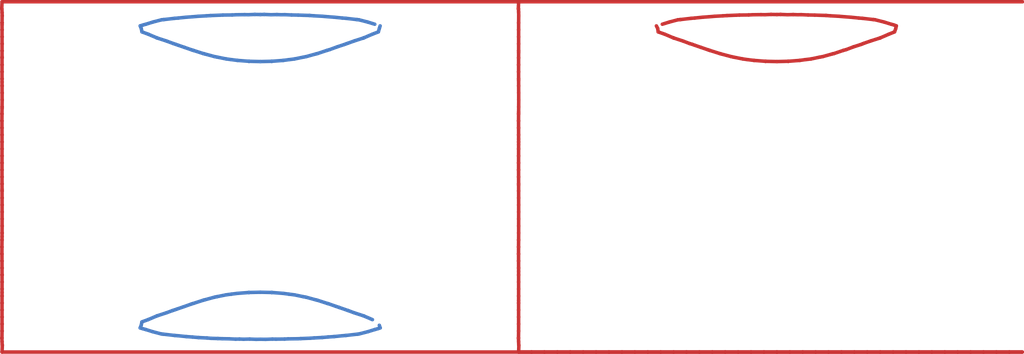
<source format=kicad_pcb>
(kicad_pcb
	(version 20240108)
	(generator "pcbnew")
	(generator_version "8.0")
	(general
		(thickness 1.6)
		(legacy_teardrops no)
	)
	(paper "A4")
	(layers
		(0 "F.Cu" signal)
		(31 "B.Cu" signal)
		(32 "B.Adhes" user "B.Adhesive")
		(33 "F.Adhes" user "F.Adhesive")
		(34 "B.Paste" user)
		(35 "F.Paste" user)
		(36 "B.SilkS" user "B.Silkscreen")
		(37 "F.SilkS" user "F.Silkscreen")
		(38 "B.Mask" user)
		(39 "F.Mask" user)
		(40 "Dwgs.User" user "User.Drawings")
		(41 "Cmts.User" user "User.Comments")
		(42 "Eco1.User" user "User.Eco1")
		(43 "Eco2.User" user "User.Eco2")
		(44 "Edge.Cuts" user)
		(45 "Margin" user)
		(46 "B.CrtYd" user "B.Courtyard")
		(47 "F.CrtYd" user "F.Courtyard")
		(48 "B.Fab" user)
		(49 "F.Fab" user)
	)
	(setup
		(pad_to_mask_clearance 0)
		(allow_soldermask_bridges_in_footprints no)
		(pcbplotparams
			(layerselection 0x00010fc_80000001)
			(plot_on_all_layers_selection 0x0000000_00000000)
			(disableapertmacros no)
			(usegerberextensions no)
			(usegerberattributes yes)
			(usegerberadvancedattributes yes)
			(creategerberjobfile yes)
			(dashed_line_dash_ratio 12.000000)
			(dashed_line_gap_ratio 3.000000)
			(svgprecision 4)
			(plotframeref yes)
			(viasonmask no)
			(mode 1)
			(useauxorigin no)
			(hpglpennumber 1)
			(hpglpenspeed 20)
			(hpglpendiameter 15.000000)
			(pdf_front_fp_property_popups yes)
			(pdf_back_fp_property_popups yes)
			(dxfpolygonmode yes)
			(dxfimperialunits yes)
			(dxfusepcbnewfont yes)
			(psnegative no)
			(psa4output no)
			(plotreference yes)
			(plotvalue yes)
			(plotfptext yes)
			(plotinvisibletext no)
			(sketchpadsonfab no)
			(subtractmaskfromsilk no)
			(outputformat 1)
			(mirror no)
			(drillshape 1)
			(scaleselection 1)
			(outputdirectory "")
		)
	)
	(net 1 "")
    (segment (start 695.32 -199.9994) (end 695.32 -200.00) (width 4.00) (layer F.Cu) (net 1))
    (segment (start 695.32 -199.9994) (end 710.05 -200.00) (width 4.00) (layer F.Cu) (net 1))
    (segment (start 710.05 -199.9994) (end 710.05 -200.00) (width 4.00) (layer F.Cu) (net 1))
    (segment (start 710.05 -199.9995) (end 724.77 -200.00) (width 4.00) (layer F.Cu) (net 1))
    (segment (start 724.77 -199.9995) (end 724.77 -200.00) (width 4.00) (layer F.Cu) (net 1))
    (segment (start 724.77 -199.9995) (end 739.50 -200.00) (width 4.00) (layer F.Cu) (net 1))
    (segment (start 739.50 -199.9995) (end 739.50 -200.00) (width 4.00) (layer F.Cu) (net 1))
    (segment (start 739.50 -199.9995) (end 754.22 -200.00) (width 4.00) (layer F.Cu) (net 1))
    (segment (start 754.22 -199.9995) (end 754.22 -200.00) (width 4.00) (layer F.Cu) (net 1))
    (segment (start 754.22 -199.9995) (end 768.95 -200.00) (width 4.00) (layer F.Cu) (net 1))
    (segment (start 768.95 -199.9995) (end 768.95 -200.00) (width 4.00) (layer F.Cu) (net 1))
    (segment (start 768.95 -199.9996) (end 783.68 -200.00) (width 4.00) (layer F.Cu) (net 1))
    (segment (start 783.68 -199.9996) (end 783.68 -200.00) (width 4.00) (layer F.Cu) (net 1))
    (segment (start 783.68 -199.9996) (end 798.40 -200.00) (width 4.00) (layer F.Cu) (net 1))
    (segment (start 798.40 -199.9996) (end 798.40 -200.00) (width 4.00) (layer F.Cu) (net 1))
    (segment (start 798.40 -199.9996) (end 813.13 -200.00) (width 4.00) (layer F.Cu) (net 1))
    (segment (start 813.13 -199.9996) (end 813.13 -200.00) (width 4.00) (layer F.Cu) (net 1))
    (segment (start 813.13 -199.9996) (end 827.86 -200.00) (width 4.00) (layer F.Cu) (net 1))
    (segment (start 827.86 -199.9996) (end 827.86 -200.00) (width 4.00) (layer F.Cu) (net 1))
    (segment (start 827.86 -199.9996) (end 842.58 -200.00) (width 4.00) (layer F.Cu) (net 1))
    (segment (start 842.58 -199.9996) (end 842.58 -200.00) (width 4.00) (layer F.Cu) (net 1))
    (segment (start 842.58 -199.9997) (end 857.31 -200.00) (width 4.00) (layer F.Cu) (net 1))
    (segment (start 857.31 -199.9997) (end 857.31 -200.00) (width 4.00) (layer F.Cu) (net 1))
    (segment (start 857.31 -199.9997) (end 872.03 -200.00) (width 4.00) (layer F.Cu) (net 1))
    (segment (start 872.03 -199.9997) (end 872.03 -200.00) (width 4.00) (layer F.Cu) (net 1))
    (segment (start 872.03 -199.9997) (end 886.76 -200.00) (width 4.00) (layer F.Cu) (net 1))
    (segment (start 886.76 -199.9997) (end 886.76 -200.00) (width 4.00) (layer F.Cu) (net 1))
    (segment (start 886.76 -199.9997) (end 886.76 -200.00) (width 4.00) (layer F.Cu) (net 1))
    (segment (start 886.76 -199.9997) (end 901.48 -200.00) (width 4.00) (layer F.Cu) (net 1))
    (segment (start 901.48 -199.9997) (end 901.49 -200.00) (width 4.00) (layer F.Cu) (net 1))
    (segment (start 901.49 -199.9997) (end 916.21 -200.00) (width 4.00) (layer F.Cu) (net 1))
    (segment (start 916.21 -199.9997) (end 916.21 -200.00) (width 4.00) (layer F.Cu) (net 1))
    (segment (start 916.21 -199.9997) (end 930.94 -200.00) (width 4.00) (layer F.Cu) (net 1))
    (segment (start 930.94 -199.9997) (end 930.94 -200.00) (width 4.00) (layer F.Cu) (net 1))
    (segment (start 930.94 -199.9996) (end 945.66 -200.00) (width 4.00) (layer F.Cu) (net 1))
    (segment (start 945.66 -199.9996) (end 945.67 -200.00) (width 4.00) (layer F.Cu) (net 1))
    (segment (start 945.67 -199.9996) (end 960.39 -200.00) (width 4.00) (layer F.Cu) (net 1))
    (segment (start 960.39 -199.9996) (end 960.39 -200.00) (width 4.00) (layer F.Cu) (net 1))
    (segment (start 960.39 -199.9996) (end 975.12 -200.00) (width 4.00) (layer F.Cu) (net 1))
    (segment (start 975.12 -199.9996) (end 975.12 -200.00) (width 4.00) (layer F.Cu) (net 1))
    (segment (start 975.12 -199.9996) (end 989.84 -200.00) (width 4.00) (layer F.Cu) (net 1))
    (segment (start 989.84 -199.9996) (end 989.84 -200.00) (width 4.00) (layer F.Cu) (net 1))
    (segment (start 989.84 -199.9996) (end 1004.57 -200.00) (width 4.00) (layer F.Cu) (net 1))
    (segment (start 1004.57 -199.9996) (end 1004.57 -200.00) (width 4.00) (layer F.Cu) (net 1))
    (segment (start 1004.57 -199.9995) (end 1019.29 -200.00) (width 4.00) (layer F.Cu) (net 1))
    (segment (start 1019.29 -199.9995) (end 1019.30 -200.00) (width 4.00) (layer F.Cu) (net 1))
    (segment (start 1019.30 -199.9995) (end 1034.02 -200.00) (width 4.00) (layer F.Cu) (net 1))
    (segment (start 1034.02 -199.9995) (end 1034.02 -200.00) (width 4.00) (layer F.Cu) (net 1))
    (segment (start 1034.02 -199.9995) (end 1048.75 -200.00) (width 4.00) (layer F.Cu) (net 1))
    (segment (start 1048.75 -199.9995) (end 1048.75 -200.00) (width 4.00) (layer F.Cu) (net 1))
    (segment (start 1048.75 -199.9995) (end 1063.47 -200.00) (width 4.00) (layer F.Cu) (net 1))
    (segment (start 1063.47 -199.9995) (end 1063.48 -200.00) (width 4.00) (layer F.Cu) (net 1))
    (segment (start 1063.48 -199.9994) (end 1078.20 -200.00) (width 4.00) (layer F.Cu) (net 1))
    (segment (start 1078.20 -199.9994) (end 1078.20 -200.00) (width 4.00) (layer F.Cu) (net 1))
    (segment (start 1078.20 -199.9994) (end 1092.93 -200.00) (width 4.00) (layer F.Cu) (net 1))
    (segment (start 1092.93 -199.9994) (end 1092.93 -200.00) (width 4.00) (layer F.Cu) (net 1))
    (segment (start 1092.93 -199.9993) (end 1107.65 -200.00) (width 4.00) (layer F.Cu) (net 1))
    (segment (start 1107.65 -199.9993) (end 1107.65 -200.00) (width 4.00) (layer F.Cu) (net 1))
    (segment (start 1107.65 -199.9992) (end 1122.38 -200.00) (width 4.00) (layer F.Cu) (net 1))
    (segment (start 1122.38 -199.9992) (end 1122.38 -200.00) (width 4.00) (layer F.Cu) (net 1))
    (segment (start 1122.38 -199.9990) (end 1137.10 -200.00) (width 4.00) (layer F.Cu) (net 1))
    (segment (start 1137.10 -199.9990) (end 1137.11 -200.00) (width 4.00) (layer F.Cu) (net 1))
    (segment (start 1137.11 -199.9986) (end 1151.83 -200.00) (width 4.00) (layer F.Cu) (net 1))
    (segment (start 1151.83 -199.9986) (end 1151.83 -200.00) (width 4.00) (layer F.Cu) (net 1))
    (segment (start 1151.83 -199.9979) (end 1166.55 -200.00) (width 4.00) (layer F.Cu) (net 1))
    (segment (start 1166.55 -199.9979) (end 1166.56 -200.00) (width 4.00) (layer F.Cu) (net 1))
    (segment (start 1166.56 -199.9955) (end 3.18 -200.00) (width 4.00) (layer F.Cu) (net 1))
    (segment (start 3.18 -199.9955) (end 2.85 -192.09) (width 4.00) (layer F.Cu) (net 1))
    (segment (start 2.85 -192.0869) (end 3.03 -191.95) (width 4.00) (layer F.Cu) (net 1))
    (segment (start 3.03 -191.9489) (end 3.19 -187.66) (width 4.00) (layer F.Cu) (net 1))
    (segment (start 3.19 -187.6582) (end 3.32 -184.04) (width 4.00) (layer F.Cu) (net 1))
    (segment (start 3.32 -184.0434) (end 3.28 -183.97) (width 4.00) (layer F.Cu) (net 1))
    (segment (start 3.28 -183.9710) (end 3.19 -176.07) (width 4.00) (layer F.Cu) (net 1))
    (segment (start 3.19 -176.0695) (end 3.19 -176.00) (width 4.00) (layer F.Cu) (net 1))
    (segment (start 3.19 -176.0002) (end 3.19 -176.00) (width 4.00) (layer F.Cu) (net 1))
    (segment (start 3.19 -175.9998) (end 3.19 -173.77) (width 4.00) (layer F.Cu) (net 1))
    (segment (start 3.19 -173.7726) (end 3.19 -168.00) (width 4.00) (layer F.Cu) (net 1))
    (segment (start 3.19 -168.0006) (end 3.19 -168.00) (width 4.00) (layer F.Cu) (net 1))
    (segment (start 3.19 -167.9994) (end 3.20 -160.00) (width 4.00) (layer F.Cu) (net 1))
    (segment (start 3.20 -160.0044) (end 3.20 -160.00) (width 4.00) (layer F.Cu) (net 1))
    (segment (start 3.20 -159.9954) (end 3.21 -152.01) (width 4.00) (layer F.Cu) (net 1))
    (segment (start 3.21 -152.0060) (end 3.21 -151.99) (width 4.00) (layer F.Cu) (net 1))
    (segment (start 3.21 -151.9935) (end 3.20 -144.00) (width 4.00) (layer F.Cu) (net 1))
    (segment (start 3.20 -144.0039) (end 3.20 -144.00) (width 4.00) (layer F.Cu) (net 1))
    (segment (start 3.20 -143.9957) (end 3.19 -137.18) (width 4.00) (layer F.Cu) (net 1))
    (segment (start 3.19 -137.1832) (end 3.19 -136.00) (width 4.00) (layer F.Cu) (net 1))
    (segment (start 3.19 -136.0007) (end 3.18 -136.00) (width 4.00) (layer F.Cu) (net 1))
    (segment (start 3.18 -135.9992) (end 3.17 -128.00) (width 4.00) (layer F.Cu) (net 1))
    (segment (start 3.17 -128.0050) (end 3.17 -127.99) (width 4.00) (layer F.Cu) (net 1))
    (segment (start 3.17 -127.9944) (end 3.17 -120.01) (width 4.00) (layer F.Cu) (net 1))
    (segment (start 3.17 -120.0060) (end 3.16 -119.99) (width 4.00) (layer F.Cu) (net 1))
    (segment (start 3.16 -119.9929) (end 3.18 -112.00) (width 4.00) (layer F.Cu) (net 1))
    (segment (start 3.18 -112.0027) (end 3.18 -112.00) (width 4.00) (layer F.Cu) (net 1))
    (segment (start 3.18 -111.9965) (end 3.19 -108.33) (width 4.00) (layer F.Cu) (net 1))
    (segment (start 3.19 -108.3276) (end 3.20 -104.00) (width 4.00) (layer F.Cu) (net 1))
    (segment (start 3.20 -104.0041) (end 3.21 -103.99) (width 4.00) (layer F.Cu) (net 1))
    (segment (start 3.21 -103.9940) (end 3.23 -96.01) (width 4.00) (layer F.Cu) (net 1))
    (segment (start 3.23 -96.0126) (end 3.26 -95.98) (width 4.00) (layer F.Cu) (net 1))
    (segment (start 3.26 -95.9791) (end 3.25 -88.02) (width 4.00) (layer F.Cu) (net 1))
    (segment (start 3.25 -88.0178) (end 3.29 -87.97) (width 4.00) (layer F.Cu) (net 1))
    (segment (start 3.29 -87.9691) (end 3.21 -80.01) (width 4.00) (layer F.Cu) (net 1))
    (segment (start 3.21 -80.0063) (end 3.21 -79.99) (width 4.00) (layer F.Cu) (net 1))
    (segment (start 3.21 -79.9916) (end 3.19 -78.19) (width 4.00) (layer F.Cu) (net 1))
    (segment (start 3.19 -78.1937) (end 3.09 -72.03) (width 4.00) (layer F.Cu) (net 1))
    (segment (start 3.09 -72.0290) (end 3.11 -71.98) (width 4.00) (layer F.Cu) (net 1))
    (segment (start 3.11 -71.9762) (end 3.05 -64.04) (width 4.00) (layer F.Cu) (net 1))
    (segment (start 3.05 -64.0411) (end 3.10 -63.97) (width 4.00) (layer F.Cu) (net 1))
    (segment (start 3.10 -63.9717) (end 3.10 -56.03) (width 4.00) (layer F.Cu) (net 1))
    (segment (start 3.10 -56.0273) (end 3.12 -55.98) (width 4.00) (layer F.Cu) (net 1))
    (segment (start 3.12 -55.9800) (end 3.14 -48.01) (width 4.00) (layer F.Cu) (net 1))
    (segment (start 3.14 -48.0137) (end 3.15 -47.99) (width 4.00) (layer F.Cu) (net 1))
    (segment (start 3.15 -47.9890) (end 3.16 -40.01) (width 4.00) (layer F.Cu) (net 1))
    (segment (start 3.16 -40.0073) (end 3.17 -39.99) (width 4.00) (layer F.Cu) (net 1))
    (segment (start 3.17 -39.9938) (end 3.16 -32.01) (width 4.00) (layer F.Cu) (net 1))
    (segment (start 3.16 -32.0074) (end 3.17 -31.99) (width 4.00) (layer F.Cu) (net 1))
    (segment (start 3.17 -31.9935) (end 3.15 -24.01) (width 4.00) (layer F.Cu) (net 1))
    (segment (start 3.15 -24.0111) (end 3.16 -23.99) (width 4.00) (layer F.Cu) (net 1))
    (segment (start 3.16 -23.9901) (end 3.14 -16.01) (width 4.00) (layer F.Cu) (net 1))
    (segment (start 3.14 -16.0142) (end 3.15 -15.99) (width 4.00) (layer F.Cu) (net 1))
    (segment (start 3.15 -15.9870) (end 3.14 -8.01) (width 4.00) (layer F.Cu) (net 1))
    (segment (start 3.14 -8.0142) (end 3.14 -7.99) (width 4.00) (layer F.Cu) (net 1))
    (segment (start 3.14 -7.9865) (end 3.15 -0.01) (width 4.00) (layer F.Cu) (net 1))
    (segment (start 3.15 -0.0107) (end 3.15 0.01) (width 4.00) (layer F.Cu) (net 1))
    (segment (start 3.15 0.0107) (end 3.17 8.00) (width 4.00) (layer F.Cu) (net 1))
    (segment (start 3.17 7.9951) (end 3.17 8.01) (width 4.00) (layer F.Cu) (net 1))
    (segment (start 3.17 8.0052) (end 3.19 14.24) (width 4.00) (layer F.Cu) (net 1))
    (segment (start 3.19 14.2423) (end 3.19 16.00) (width 4.00) (layer F.Cu) (net 1))
    (segment (start 3.19 15.9985) (end 3.19 16.00) (width 4.00) (layer F.Cu) (net 1))
    (segment (start 3.19 16.0016) (end 3.21 23.99) (width 4.00) (layer F.Cu) (net 1))
    (segment (start 3.21 23.9929) (end 3.21 24.01) (width 4.00) (layer F.Cu) (net 1))
    (segment (start 3.21 24.0080) (end 3.22 31.99) (width 4.00) (layer F.Cu) (net 1))
    (segment (start 3.22 31.9889) (end 3.23 32.01) (width 4.00) (layer F.Cu) (net 1))
    (segment (start 3.23 32.0127) (end 3.23 39.99) (width 4.00) (layer F.Cu) (net 1))
    (segment (start 3.23 39.9865) (end 3.24 40.02) (width 4.00) (layer F.Cu) (net 1))
    (segment (start 3.24 40.0159) (end 3.23 47.99) (width 4.00) (layer F.Cu) (net 1))
    (segment (start 3.23 47.9855) (end 3.25 48.02) (width 4.00) (layer F.Cu) (net 1))
    (segment (start 3.25 48.0181) (end 3.23 55.99) (width 4.00) (layer F.Cu) (net 1))
    (segment (start 3.23 55.9862) (end 3.25 56.02) (width 4.00) (layer F.Cu) (net 1))
    (segment (start 3.25 56.0188) (end 3.21 63.99) (width 4.00) (layer F.Cu) (net 1))
    (segment (start 3.21 63.9920) (end 3.22 64.01) (width 4.00) (layer F.Cu) (net 1))
    (segment (start 3.22 64.0115) (end 3.19 68.07) (width 4.00) (layer F.Cu) (net 1))
    (segment (start 3.19 68.0706) (end 3.15 71.99) (width 4.00) (layer F.Cu) (net 1))
    (segment (start 3.15 71.9889) (end 3.14 72.01) (width 4.00) (layer F.Cu) (net 1))
    (segment (start 3.14 72.0136) (end 3.05 79.96) (width 4.00) (layer F.Cu) (net 1))
    (segment (start 3.05 79.9572) (end 3.08 80.03) (width 4.00) (layer F.Cu) (net 1))
    (segment (start 3.08 80.0321) (end 3.04 87.95) (width 4.00) (layer F.Cu) (net 1))
    (segment (start 3.04 87.9541) (end 3.10 88.03) (width 4.00) (layer F.Cu) (net 1))
    (segment (start 3.10 88.0265) (end 3.11 95.97) (width 4.00) (layer F.Cu) (net 1))
    (segment (start 3.11 95.9749) (end 3.14 96.02) (width 4.00) (layer F.Cu) (net 1))
    (segment (start 3.14 96.0152) (end 3.16 103.99) (width 4.00) (layer F.Cu) (net 1))
    (segment (start 3.16 103.9914) (end 3.17 104.01) (width 4.00) (layer F.Cu) (net 1))
    (segment (start 3.17 104.0059) (end 3.19 111.68) (width 4.00) (layer F.Cu) (net 1))
    (segment (start 3.19 111.6788) (end 3.19 112.00) (width 4.00) (layer F.Cu) (net 1))
    (segment (start 3.19 111.9998) (end 3.19 112.00) (width 4.00) (layer F.Cu) (net 1))
    (segment (start 3.19 112.0002) (end 3.20 120.00) (width 4.00) (layer F.Cu) (net 1))
    (segment (start 3.20 119.9968) (end 3.20 120.00) (width 4.00) (layer F.Cu) (net 1))
    (segment (start 3.20 120.0027) (end 3.19 128.00) (width 4.00) (layer F.Cu) (net 1))
    (segment (start 3.19 127.9981) (end 3.19 128.00) (width 4.00) (layer F.Cu) (net 1))
    (segment (start 3.19 128.0017) (end 3.19 131.98) (width 4.00) (layer F.Cu) (net 1))
    (segment (start 3.19 131.9817) (end 3.18 136.00) (width 4.00) (layer F.Cu) (net 1))
    (segment (start 3.18 135.9983) (end 3.18 136.00) (width 4.00) (layer F.Cu) (net 1))
    (segment (start 3.18 136.0016) (end 3.17 143.99) (width 4.00) (layer F.Cu) (net 1))
    (segment (start 3.17 143.9947) (end 3.17 144.00) (width 4.00) (layer F.Cu) (net 1))
    (segment (start 3.17 144.0048) (end 3.17 151.99) (width 4.00) (layer F.Cu) (net 1))
    (segment (start 3.17 151.9938) (end 3.17 152.01) (width 4.00) (layer F.Cu) (net 1))
    (segment (start 3.17 152.0057) (end 3.18 160.00) (width 4.00) (layer F.Cu) (net 1))
    (segment (start 3.18 159.9962) (end 3.18 160.00) (width 4.00) (layer F.Cu) (net 1))
    (segment (start 3.18 160.0037) (end 3.19 168.00) (width 4.00) (layer F.Cu) (net 1))
    (segment (start 3.19 167.9997) (end 3.19 168.00) (width 4.00) (layer F.Cu) (net 1))
    (segment (start 3.19 168.0003) (end 3.18 176.00) (width 4.00) (layer F.Cu) (net 1))
    (segment (start 3.18 175.9988) (end 3.18 176.00) (width 4.00) (layer F.Cu) (net 1))
    (segment (start 3.18 176.0014) (end 3.08 183.97) (width 4.00) (layer F.Cu) (net 1))
    (segment (start 3.08 183.9665) (end 3.03 184.05) (width 4.00) (layer F.Cu) (net 1))
    (segment (start 3.03 184.0502) (end 3.19 188.02) (width 4.00) (layer F.Cu) (net 1))
    (segment (start 3.19 188.0249) (end 3.34 191.95) (width 4.00) (layer F.Cu) (net 1))
    (segment (start 3.34 191.9517) (end 3.52 192.09) (width 4.00) (layer F.Cu) (net 1))
    (segment (start 3.52 192.0862) (end 3.19 199.80) (width 4.00) (layer F.Cu) (net 1))
    (segment (start 3.19 199.7970) (end 3.18 200.00) (width 4.00) (layer F.Cu) (net 1))
    (segment (start 3.18 199.9952) (end 1166.56 200.00) (width 4.00) (layer F.Cu) (net 1))
    (segment (start 1166.56 199.9952) (end 1166.55 200.00) (width 4.00) (layer F.Cu) (net 1))
    (segment (start 1166.55 199.9979) (end 1151.83 200.00) (width 4.00) (layer F.Cu) (net 1))
    (segment (start 1151.83 199.9979) (end 1151.83 200.00) (width 4.00) (layer F.Cu) (net 1))
    (segment (start 1151.83 199.9987) (end 1137.11 200.00) (width 4.00) (layer F.Cu) (net 1))
    (segment (start 1137.11 199.9987) (end 1137.10 200.00) (width 4.00) (layer F.Cu) (net 1))
    (segment (start 1137.10 199.9990) (end 1122.38 200.00) (width 4.00) (layer F.Cu) (net 1))
    (segment (start 1122.38 199.9990) (end 1122.38 200.00) (width 4.00) (layer F.Cu) (net 1))
    (segment (start 1122.38 199.9992) (end 1107.65 200.00) (width 4.00) (layer F.Cu) (net 1))
    (segment (start 1107.65 199.9992) (end 1107.65 200.00) (width 4.00) (layer F.Cu) (net 1))
    (segment (start 1107.65 199.9993) (end 1092.93 200.00) (width 4.00) (layer F.Cu) (net 1))
    (segment (start 1092.93 199.9993) (end 1092.93 200.00) (width 4.00) (layer F.Cu) (net 1))
    (segment (start 1092.93 199.9994) (end 1078.20 200.00) (width 4.00) (layer F.Cu) (net 1))
    (segment (start 1078.20 199.9994) (end 1078.20 200.00) (width 4.00) (layer F.Cu) (net 1))
    (segment (start 1078.20 199.9994) (end 1063.48 200.00) (width 4.00) (layer F.Cu) (net 1))
    (segment (start 1063.48 199.9994) (end 1063.47 200.00) (width 4.00) (layer F.Cu) (net 1))
    (segment (start 1063.47 199.9995) (end 1048.75 200.00) (width 4.00) (layer F.Cu) (net 1))
    (segment (start 1048.75 199.9995) (end 1048.75 200.00) (width 4.00) (layer F.Cu) (net 1))
    (segment (start 1048.75 199.9995) (end 1034.02 200.00) (width 4.00) (layer F.Cu) (net 1))
    (segment (start 1034.02 199.9995) (end 1034.02 200.00) (width 4.00) (layer F.Cu) (net 1))
    (segment (start 1034.02 199.9995) (end 1019.30 200.00) (width 4.00) (layer F.Cu) (net 1))
    (segment (start 1019.30 199.9995) (end 1019.29 200.00) (width 4.00) (layer F.Cu) (net 1))
    (segment (start 1019.29 199.9995) (end 1004.57 200.00) (width 4.00) (layer F.Cu) (net 1))
    (segment (start 1004.57 199.9995) (end 1004.57 200.00) (width 4.00) (layer F.Cu) (net 1))
    (segment (start 1004.57 199.9996) (end 989.84 200.00) (width 4.00) (layer F.Cu) (net 1))
    (segment (start 989.84 199.9996) (end 989.84 200.00) (width 4.00) (layer F.Cu) (net 1))
    (segment (start 989.84 199.9996) (end 975.12 200.00) (width 4.00) (layer F.Cu) (net 1))
    (segment (start 975.12 199.9996) (end 975.12 200.00) (width 4.00) (layer F.Cu) (net 1))
    (segment (start 975.12 199.9996) (end 960.39 200.00) (width 4.00) (layer F.Cu) (net 1))
    (segment (start 960.39 199.9996) (end 960.39 200.00) (width 4.00) (layer F.Cu) (net 1))
    (segment (start 960.39 199.9996) (end 945.67 200.00) (width 4.00) (layer F.Cu) (net 1))
    (segment (start 945.67 199.9996) (end 945.66 200.00) (width 4.00) (layer F.Cu) (net 1))
    (segment (start 945.66 199.9996) (end 930.94 200.00) (width 4.00) (layer F.Cu) (net 1))
    (segment (start 930.94 199.9996) (end 930.94 200.00) (width 4.00) (layer F.Cu) (net 1))
    (segment (start 930.94 199.9997) (end 916.21 200.00) (width 4.00) (layer F.Cu) (net 1))
    (segment (start 916.21 199.9997) (end 916.21 200.00) (width 4.00) (layer F.Cu) (net 1))
    (segment (start 916.21 199.9997) (end 901.49 200.00) (width 4.00) (layer F.Cu) (net 1))
    (segment (start 901.49 199.9997) (end 901.48 200.00) (width 4.00) (layer F.Cu) (net 1))
    (segment (start 901.48 199.9997) (end 886.76 200.00) (width 4.00) (layer F.Cu) (net 1))
    (segment (start 886.76 199.9997) (end 886.76 200.00) (width 4.00) (layer F.Cu) (net 1))
    (segment (start 886.76 199.9997) (end 886.76 200.00) (width 4.00) (layer F.Cu) (net 1))
    (segment (start 886.76 199.9997) (end 872.03 200.00) (width 4.00) (layer F.Cu) (net 1))
    (segment (start 872.03 199.9997) (end 872.03 200.00) (width 4.00) (layer F.Cu) (net 1))
    (segment (start 872.03 199.9997) (end 857.31 200.00) (width 4.00) (layer F.Cu) (net 1))
    (segment (start 857.31 199.9997) (end 857.31 200.00) (width 4.00) (layer F.Cu) (net 1))
    (segment (start 857.31 199.9997) (end 842.58 200.00) (width 4.00) (layer F.Cu) (net 1))
    (segment (start 842.58 199.9997) (end 842.58 200.00) (width 4.00) (layer F.Cu) (net 1))
    (segment (start 842.58 199.9996) (end 827.86 200.00) (width 4.00) (layer F.Cu) (net 1))
    (segment (start 827.86 199.9996) (end 827.86 200.00) (width 4.00) (layer F.Cu) (net 1))
    (segment (start 827.86 199.9996) (end 813.13 200.00) (width 4.00) (layer F.Cu) (net 1))
    (segment (start 813.13 199.9996) (end 813.13 200.00) (width 4.00) (layer F.Cu) (net 1))
    (segment (start 813.13 199.9996) (end 798.40 200.00) (width 4.00) (layer F.Cu) (net 1))
    (segment (start 798.40 199.9996) (end 798.40 200.00) (width 4.00) (layer F.Cu) (net 1))
    (segment (start 798.40 199.9996) (end 783.68 200.00) (width 4.00) (layer F.Cu) (net 1))
    (segment (start 783.68 199.9996) (end 783.68 200.00) (width 4.00) (layer F.Cu) (net 1))
    (segment (start 783.68 199.9996) (end 768.95 200.00) (width 4.00) (layer F.Cu) (net 1))
    (segment (start 768.95 199.9996) (end 768.95 200.00) (width 4.00) (layer F.Cu) (net 1))
    (segment (start 768.95 199.9995) (end 754.22 200.00) (width 4.00) (layer F.Cu) (net 1))
    (segment (start 754.22 199.9995) (end 754.22 200.00) (width 4.00) (layer F.Cu) (net 1))
    (segment (start 754.22 199.9995) (end 739.50 200.00) (width 4.00) (layer F.Cu) (net 1))
    (segment (start 739.50 199.9995) (end 739.50 200.00) (width 4.00) (layer F.Cu) (net 1))
    (segment (start 739.50 199.9995) (end 724.77 200.00) (width 4.00) (layer F.Cu) (net 1))
    (segment (start 724.77 199.9995) (end 724.77 200.00) (width 4.00) (layer F.Cu) (net 1))
    (segment (start 724.77 199.9995) (end 710.05 200.00) (width 4.00) (layer F.Cu) (net 1))
    (segment (start 710.05 199.9995) (end 710.05 200.00) (width 4.00) (layer F.Cu) (net 1))
    (segment (start 710.05 199.9994) (end 695.32 200.00) (width 4.00) (layer F.Cu) (net 1))
    (segment (start 695.32 199.9994) (end 695.32 200.00) (width 4.00) (layer F.Cu) (net 1))
    (segment (start 695.32 199.9994) (end 680.59 200.00) (width 4.00) (layer F.Cu) (net 1))
    (segment (start 680.59 199.9994) (end 680.59 200.00) (width 4.00) (layer F.Cu) (net 1))
    (segment (start 680.59 199.9993) (end 665.87 200.00) (width 4.00) (layer F.Cu) (net 1))
    (segment (start 665.87 199.9993) (end 665.87 200.00) (width 4.00) (layer F.Cu) (net 1))
    (segment (start 665.87 199.9992) (end 651.14 200.00) (width 4.00) (layer F.Cu) (net 1))
    (segment (start 651.14 199.9992) (end 651.14 200.00) (width 4.00) (layer F.Cu) (net 1))
    (segment (start 651.14 199.9990) (end 636.41 200.00) (width 4.00) (layer F.Cu) (net 1))
    (segment (start 636.41 199.9990) (end 636.41 200.00) (width 4.00) (layer F.Cu) (net 1))
    (segment (start 636.41 199.9986) (end 621.69 200.00) (width 4.00) (layer F.Cu) (net 1))
    (segment (start 621.69 199.9986) (end 621.69 200.00) (width 4.00) (layer F.Cu) (net 1))
    (segment (start 621.69 199.9979) (end 606.96 200.00) (width 4.00) (layer F.Cu) (net 1))
    (segment (start 606.96 199.9979) (end 606.96 200.00) (width 4.00) (layer F.Cu) (net 1))
    (segment (start 606.96 199.9955) (end 592.24 200.00) (width 4.00) (layer F.Cu) (net 1))
    (segment (start 592.24 199.9955) (end 592.54 192.09) (width 4.00) (layer F.Cu) (net 1))
    (segment (start 592.54 192.0859) (end 592.37 191.95) (width 4.00) (layer F.Cu) (net 1))
    (segment (start 592.37 191.9519) (end 592.24 188.10) (width 4.00) (layer F.Cu) (net 1))
    (segment (start 592.24 188.1044) (end 592.06 184.05) (width 4.00) (layer F.Cu) (net 1))
    (segment (start 592.06 184.0520) (end 592.11 183.97) (width 4.00) (layer F.Cu) (net 1))
    (segment (start 592.11 183.9653) (end 592.23 176.00) (width 4.00) (layer F.Cu) (net 1))
    (segment (start 592.23 176.0024) (end 592.23 176.00) (width 4.00) (layer F.Cu) (net 1))
    (segment (start 592.23 175.9979) (end 592.24 168.00) (width 4.00) (layer F.Cu) (net 1))
    (segment (start 592.24 168.0001) (end 592.24 168.00) (width 4.00) (layer F.Cu) (net 1))
    (segment (start 592.24 167.9999) (end 592.23 160.00) (width 4.00) (layer F.Cu) (net 1))
    (segment (start 592.23 160.0020) (end 592.23 160.00) (width 4.00) (layer F.Cu) (net 1))
    (segment (start 592.23 159.9979) (end 592.23 152.00) (width 4.00) (layer F.Cu) (net 1))
    (segment (start 592.23 152.0028) (end 592.23 152.00) (width 4.00) (layer F.Cu) (net 1))
    (segment (start 592.23 151.9970) (end 592.23 144.00) (width 4.00) (layer F.Cu) (net 1))
    (segment (start 592.23 144.0011) (end 592.23 144.00) (width 4.00) (layer F.Cu) (net 1))
    (segment (start 592.23 143.9988) (end 592.24 141.03) (width 4.00) (layer F.Cu) (net 1))
    (segment (start 592.24 141.0307) (end 592.24 136.00) (width 4.00) (layer F.Cu) (net 1))
    (segment (start 592.24 136.0021) (end 592.24 136.00) (width 4.00) (layer F.Cu) (net 1))
    (segment (start 592.24 135.9977) (end 592.25 128.00) (width 4.00) (layer F.Cu) (net 1))
    (segment (start 592.25 128.0047) (end 592.25 127.99) (width 4.00) (layer F.Cu) (net 1))
    (segment (start 592.25 127.9947) (end 592.25 120.00) (width 4.00) (layer F.Cu) (net 1))
    (segment (start 592.25 120.0050) (end 592.25 119.99) (width 4.00) (layer F.Cu) (net 1))
    (segment (start 592.25 119.9941) (end 592.24 112.00) (width 4.00) (layer F.Cu) (net 1))
    (segment (start 592.24 112.0023) (end 592.24 112.00) (width 4.00) (layer F.Cu) (net 1))
    (segment (start 592.24 111.9970) (end 592.24 107.90) (width 4.00) (layer F.Cu) (net 1))
    (segment (start 592.24 107.9016) (end 592.23 104.00) (width 4.00) (layer F.Cu) (net 1))
    (segment (start 592.23 104.0028) (end 592.22 104.00) (width 4.00) (layer F.Cu) (net 1))
    (segment (start 592.22 103.9958) (end 592.20 96.01) (width 4.00) (layer F.Cu) (net 1))
    (segment (start 592.20 96.0096) (end 592.18 95.98) (width 4.00) (layer F.Cu) (net 1))
    (segment (start 592.18 95.9841) (end 592.18 88.02) (width 4.00) (layer F.Cu) (net 1))
    (segment (start 592.18 88.0161) (end 592.14 87.97) (width 4.00) (layer F.Cu) (net 1))
    (segment (start 592.14 87.9721) (end 592.18 80.02) (width 4.00) (layer F.Cu) (net 1))
    (segment (start 592.18 80.0160) (end 592.16 79.98) (width 4.00) (layer F.Cu) (net 1))
    (segment (start 592.16 79.9786) (end 592.24 72.02) (width 4.00) (layer F.Cu) (net 1))
    (segment (start 592.24 72.0211) (end 592.24 72.00) (width 4.00) (layer F.Cu) (net 1))
    (segment (start 592.24 72.0001) (end 592.24 72.00) (width 4.00) (layer F.Cu) (net 1))
    (segment (start 592.24 72.0000) (end 592.28 64.01) (width 4.00) (layer F.Cu) (net 1))
    (segment (start 592.28 64.0147) (end 592.27 63.99) (width 4.00) (layer F.Cu) (net 1))
    (segment (start 592.27 63.9898) (end 592.29 56.02) (width 4.00) (layer F.Cu) (net 1))
    (segment (start 592.29 56.0171) (end 592.27 55.99) (width 4.00) (layer F.Cu) (net 1))
    (segment (start 592.27 55.9874) (end 592.28 48.02) (width 4.00) (layer F.Cu) (net 1))
    (segment (start 592.28 48.0167) (end 592.27 47.99) (width 4.00) (layer F.Cu) (net 1))
    (segment (start 592.27 47.9866) (end 592.28 40.02) (width 4.00) (layer F.Cu) (net 1))
    (segment (start 592.28 40.0168) (end 592.28 39.99) (width 4.00) (layer F.Cu) (net 1))
    (segment (start 592.28 39.9858) (end 592.28 32.02) (width 4.00) (layer F.Cu) (net 1))
    (segment (start 592.28 32.0160) (end 592.28 31.99) (width 4.00) (layer F.Cu) (net 1))
    (segment (start 592.28 31.9860) (end 592.27 24.01) (width 4.00) (layer F.Cu) (net 1))
    (segment (start 592.27 24.0127) (end 592.27 23.99) (width 4.00) (layer F.Cu) (net 1))
    (segment (start 592.27 23.9887) (end 592.25 16.01) (width 4.00) (layer F.Cu) (net 1))
    (segment (start 592.25 16.0064) (end 592.25 15.99) (width 4.00) (layer F.Cu) (net 1))
    (segment (start 592.25 15.9941) (end 592.24 9.43) (width 4.00) (layer F.Cu) (net 1))
    (segment (start 592.24 9.4264) (end 592.23 8.00) (width 4.00) (layer F.Cu) (net 1))
    (segment (start 592.23 8.0013) (end 592.23 8.00) (width 4.00) (layer F.Cu) (net 1))
    (segment (start 592.23 7.9988) (end 592.21 0.01) (width 4.00) (layer F.Cu) (net 1))
    (segment (start 592.21 0.0080) (end 592.21 -0.01) (width 4.00) (layer F.Cu) (net 1))
    (segment (start 592.21 -0.0080) (end 592.19 -7.99) (width 4.00) (layer F.Cu) (net 1))
    (segment (start 592.19 -7.9884) (end 592.19 -8.01) (width 4.00) (layer F.Cu) (net 1))
    (segment (start 592.19 -8.0122) (end 592.20 -15.99) (width 4.00) (layer F.Cu) (net 1))
    (segment (start 592.20 -15.9890) (end 592.19 -16.01) (width 4.00) (layer F.Cu) (net 1))
    (segment (start 592.19 -16.0121) (end 592.21 -23.99) (width 4.00) (layer F.Cu) (net 1))
    (segment (start 592.21 -23.9932) (end 592.21 -24.01) (width 4.00) (layer F.Cu) (net 1))
    (segment (start 592.21 -24.0076) (end 592.23 -32.00) (width 4.00) (layer F.Cu) (net 1))
    (segment (start 592.23 -31.9986) (end 592.23 -32.00) (width 4.00) (layer F.Cu) (net 1))
    (segment (start 592.23 -32.0017) (end 592.24 -36.81) (width 4.00) (layer F.Cu) (net 1))
    (segment (start 592.24 -36.8137) (end 592.24 -40.00) (width 4.00) (layer F.Cu) (net 1))
    (segment (start 592.24 -39.9989) (end 592.24 -40.00) (width 4.00) (layer F.Cu) (net 1))
    (segment (start 592.24 -40.0013) (end 592.24 -43.20) (width 4.00) (layer F.Cu) (net 1))
    (segment (start 592.24 -43.2023) (end 592.23 -48.00) (width 4.00) (layer F.Cu) (net 1))
    (segment (start 592.23 -47.9981) (end 592.23 -48.00) (width 4.00) (layer F.Cu) (net 1))
    (segment (start 592.23 -48.0024) (end 592.20 -55.99) (width 4.00) (layer F.Cu) (net 1))
    (segment (start 592.20 -55.9904) (end 592.19 -56.01) (width 4.00) (layer F.Cu) (net 1))
    (segment (start 592.19 -56.0131) (end 592.18 -63.98) (width 4.00) (layer F.Cu) (net 1))
    (segment (start 592.18 -63.9838) (end 592.15 -64.02) (width 4.00) (layer F.Cu) (net 1))
    (segment (start 592.15 -64.0234) (end 592.21 -71.99) (width 4.00) (layer F.Cu) (net 1))
    (segment (start 592.21 -71.9921) (end 592.20 -72.01) (width 4.00) (layer F.Cu) (net 1))
    (segment (start 592.20 -72.0096) (end 592.24 -74.01) (width 4.00) (layer F.Cu) (net 1))
    (segment (start 592.24 -74.0103) (end 592.32 -79.97) (width 4.00) (layer F.Cu) (net 1))
    (segment (start 592.32 -79.9715) (end 592.30 -80.02) (width 4.00) (layer F.Cu) (net 1))
    (segment (start 592.30 -80.0215) (end 592.37 -87.95) (width 4.00) (layer F.Cu) (net 1))
    (segment (start 592.37 -87.9520) (end 592.32 -88.03) (width 4.00) (layer F.Cu) (net 1))
    (segment (start 592.32 -88.0277) (end 592.33 -95.97) (width 4.00) (layer F.Cu) (net 1))
    (segment (start 592.33 -95.9688) (end 592.29 -96.02) (width 4.00) (layer F.Cu) (net 1))
    (segment (start 592.29 -96.0188) (end 592.27 -103.99) (width 4.00) (layer F.Cu) (net 1))
    (segment (start 592.27 -103.9889) (end 592.26 -104.01) (width 4.00) (layer F.Cu) (net 1))
    (segment (start 592.26 -104.0076) (end 592.24 -110.26) (width 4.00) (layer F.Cu) (net 1))
    (segment (start 592.24 -110.2646) (end 592.23 -112.00) (width 4.00) (layer F.Cu) (net 1))
    (segment (start 592.23 -111.9979) (end 592.23 -112.00) (width 4.00) (layer F.Cu) (net 1))
    (segment (start 592.23 -112.0016) (end 592.21 -119.99) (width 4.00) (layer F.Cu) (net 1))
    (segment (start 592.21 -119.9917) (end 592.21 -120.01) (width 4.00) (layer F.Cu) (net 1))
    (segment (start 592.21 -120.0070) (end 592.21 -127.99) (width 4.00) (layer F.Cu) (net 1))
    (segment (start 592.21 -127.9914) (end 592.21 -128.01) (width 4.00) (layer F.Cu) (net 1))
    (segment (start 592.21 -128.0076) (end 592.22 -136.00) (width 4.00) (layer F.Cu) (net 1))
    (segment (start 592.22 -135.9956) (end 592.22 -136.00) (width 4.00) (layer F.Cu) (net 1))
    (segment (start 592.22 -136.0040) (end 592.24 -141.99) (width 4.00) (layer F.Cu) (net 1))
    (segment (start 592.24 -141.9863) (end 592.24 -144.00) (width 4.00) (layer F.Cu) (net 1))
    (segment (start 592.24 -143.9987) (end 592.24 -144.00) (width 4.00) (layer F.Cu) (net 1))
    (segment (start 592.24 -144.0012) (end 592.25 -151.99) (width 4.00) (layer F.Cu) (net 1))
    (segment (start 592.25 -151.9947) (end 592.25 -152.00) (width 4.00) (layer F.Cu) (net 1))
    (segment (start 592.25 -152.0049) (end 592.25 -159.99) (width 4.00) (layer F.Cu) (net 1))
    (segment (start 592.25 -159.9944) (end 592.25 -160.01) (width 4.00) (layer F.Cu) (net 1))
    (segment (start 592.25 -160.0054) (end 592.25 -168.00) (width 4.00) (layer F.Cu) (net 1))
    (segment (start 592.25 -167.9965) (end 592.25 -168.00) (width 4.00) (layer F.Cu) (net 1))
    (segment (start 592.25 -168.0036) (end 592.25 -176.00) (width 4.00) (layer F.Cu) (net 1))
    (segment (start 592.25 -175.9958) (end 592.25 -176.00) (width 4.00) (layer F.Cu) (net 1))
    (segment (start 592.25 -176.0049) (end 592.34 -183.97) (width 4.00) (layer F.Cu) (net 1))
    (segment (start 592.34 -183.9658) (end 592.38 -184.05) (width 4.00) (layer F.Cu) (net 1))
    (segment (start 592.38 -184.0512) (end 592.24 -188.23) (width 4.00) (layer F.Cu) (net 1))
    (segment (start 592.24 -188.2291) (end 592.08 -191.95) (width 4.00) (layer F.Cu) (net 1))
    (segment (start 592.08 -191.9548) (end 591.91 -192.08) (width 4.00) (layer F.Cu) (net 1))
    (segment (start 591.91 -192.0771) (end 592.24 -199.78) (width 4.00) (layer F.Cu) (net 1))
    (segment (start 592.24 -199.7801) (end 592.24 -200.00) (width 4.00) (layer F.Cu) (net 1))
    (segment (start 592.24 -199.9952) (end 606.96 -200.00) (width 4.00) (layer F.Cu) (net 1))
    (segment (start 606.96 -199.9952) (end 606.96 -200.00) (width 4.00) (layer F.Cu) (net 1))
    (segment (start 606.96 -199.9979) (end 621.69 -200.00) (width 4.00) (layer F.Cu) (net 1))
    (segment (start 621.69 -199.9979) (end 621.69 -200.00) (width 4.00) (layer F.Cu) (net 1))
    (segment (start 621.69 -199.9987) (end 636.41 -200.00) (width 4.00) (layer F.Cu) (net 1))
    (segment (start 636.41 -199.9987) (end 636.41 -200.00) (width 4.00) (layer F.Cu) (net 1))
    (segment (start 636.41 -199.9990) (end 651.14 -200.00) (width 4.00) (layer F.Cu) (net 1))
    (segment (start 651.14 -199.9990) (end 651.14 -200.00) (width 4.00) (layer F.Cu) (net 1))
    (segment (start 651.14 -199.9992) (end 665.87 -200.00) (width 4.00) (layer F.Cu) (net 1))
    (segment (start 665.87 -199.9992) (end 665.87 -200.00) (width 4.00) (layer F.Cu) (net 1))
    (segment (start 665.87 -199.9993) (end 680.59 -200.00) (width 4.00) (layer F.Cu) (net 1))
    (segment (start 756.11 -174.3346) (end 764.13 -176.84) (width 4.00) (layer F.Cu) (net 1))
    (segment (start 764.13 -176.8399) (end 773.67 -179.35) (width 4.00) (layer F.Cu) (net 1))
    (segment (start 773.67 -179.3482) (end 776.03 -179.60) (width 4.00) (layer F.Cu) (net 1))
    (segment (start 776.03 -179.5972) (end 776.61 -179.65) (width 4.00) (layer F.Cu) (net 1))
    (segment (start 776.61 -179.6474) (end 789.07 -181.08) (width 4.00) (layer F.Cu) (net 1))
    (segment (start 789.07 -181.0842) (end 793.11 -181.40) (width 4.00) (layer F.Cu) (net 1))
    (segment (start 793.11 -181.4049) (end 802.38 -182.37) (width 4.00) (layer F.Cu) (net 1))
    (segment (start 802.38 -182.3738) (end 809.36 -182.85) (width 4.00) (layer F.Cu) (net 1))
    (segment (start 809.36 -182.8527) (end 815.98 -183.43) (width 4.00) (layer F.Cu) (net 1))
    (segment (start 815.98 -183.4283) (end 825.23 -183.91) (width 4.00) (layer F.Cu) (net 1))
    (segment (start 825.23 -183.9095) (end 829.87 -184.22) (width 4.00) (layer F.Cu) (net 1))
    (segment (start 829.87 -184.2207) (end 840.49 -184.66) (width 4.00) (layer F.Cu) (net 1))
    (segment (start 840.49 -184.6556) (end 843.97 -184.82) (width 4.00) (layer F.Cu) (net 1))
    (segment (start 843.97 -184.8176) (end 854.54 -184.92) (width 4.00) (layer F.Cu) (net 1))
    (segment (start 854.54 -184.9159) (end 859.05 -185.16) (width 4.00) (layer F.Cu) (net 1))
    (segment (start 859.05 -185.1622) (end 868.72 -185.29) (width 4.00) (layer F.Cu) (net 1))
    (segment (start 868.72 -185.2875) (end 873.16 -185.21) (width 4.00) (layer F.Cu) (net 1))
    (segment (start 873.16 -185.2138) (end 880.09 -185.52) (width 4.00) (layer F.Cu) (net 1))
    (segment (start 880.09 -185.5177) (end 886.76 -185.39) (width 4.00) (layer F.Cu) (net 1))
    (segment (start 886.76 -185.3939) (end 890.99 -185.51) (width 4.00) (layer F.Cu) (net 1))
    (segment (start 890.99 -185.5057) (end 898.87 -185.20) (width 4.00) (layer F.Cu) (net 1))
    (segment (start 898.87 -185.1953) (end 905.39 -185.37) (width 4.00) (layer F.Cu) (net 1))
    (segment (start 905.39 -185.3656) (end 910.57 -185.18) (width 4.00) (layer F.Cu) (net 1))
    (segment (start 910.57 -185.1779) (end 914.47 -185.27) (width 4.00) (layer F.Cu) (net 1))
    (segment (start 914.47 -185.2675) (end 922.33 -184.90) (width 4.00) (layer F.Cu) (net 1))
    (segment (start 922.33 -184.9005) (end 929.88 -184.77) (width 4.00) (layer F.Cu) (net 1))
    (segment (start 929.88 -184.7716) (end 935.06 -184.57) (width 4.00) (layer F.Cu) (net 1))
    (segment (start 935.06 -184.5738) (end 942.75 -184.35) (width 4.00) (layer F.Cu) (net 1))
    (segment (start 942.75 -184.3502) (end 947.54 -183.95) (width 4.00) (layer F.Cu) (net 1))
    (segment (start 947.54 -183.9472) (end 957.02 -183.46) (width 4.00) (layer F.Cu) (net 1))
    (segment (start 957.02 -183.4618) (end 963.81 -182.87) (width 4.00) (layer F.Cu) (net 1))
    (segment (start 963.81 -182.8656) (end 970.79 -182.36) (width 4.00) (layer F.Cu) (net 1))
    (segment (start 970.79 -182.3588) (end 980.12 -181.40) (width 4.00) (layer F.Cu) (net 1))
    (segment (start 980.12 -181.4032) (end 984.19 -181.08) (width 4.00) (layer F.Cu) (net 1))
    (segment (start 984.19 -181.0828) (end 996.86 -179.64) (width 4.00) (layer F.Cu) (net 1))
    (segment (start 996.86 -179.6391) (end 997.44 -179.59) (width 4.00) (layer F.Cu) (net 1))
    (segment (start 997.44 -179.5901) (end 999.06 -179.35) (width 4.00) (layer F.Cu) (net 1))
    (segment (start 999.06 -179.3482) (end 1009.05 -176.82) (width 4.00) (layer F.Cu) (net 1))
    (segment (start 1009.05 -176.8238) (end 1017.17 -174.31) (width 4.00) (layer F.Cu) (net 1))
    (segment (start 1017.17 -174.3096) (end 1020.28 -173.47) (width 4.00) (layer F.Cu) (net 1))
    (segment (start 1020.28 -173.4725) (end 1022.97 -172.46) (width 4.00) (layer F.Cu) (net 1))
    (segment (start 1022.97 -172.4642) (end 1022.31 -169.46) (width 4.00) (layer F.Cu) (net 1))
    (segment (start 1022.31 -169.4611) (end 1020.90 -165.58) (width 4.00) (layer F.Cu) (net 1))
    (segment (start 1020.90 -165.5803) (end 1014.51 -163.00) (width 4.00) (layer F.Cu) (net 1))
    (segment (start 1014.51 -163.0013) (end 1004.58 -158.70) (width 4.00) (layer F.Cu) (net 1))
    (segment (start 1004.58 -158.6963) (end 1004.57 -158.69) (width 4.00) (layer F.Cu) (net 1))
    (segment (start 1004.57 -158.6928) (end 1004.56 -158.69) (width 4.00) (layer F.Cu) (net 1))
    (segment (start 1004.56 -158.6888) (end 993.76 -155.25) (width 4.00) (layer F.Cu) (net 1))
    (segment (start 993.76 -155.2491) (end 986.36 -152.68) (width 4.00) (layer F.Cu) (net 1))
    (segment (start 986.36 -152.6836) (end 984.35 -151.88) (width 4.00) (layer F.Cu) (net 1))
    (segment (start 984.35 -151.8777) (end 981.91 -150.98) (width 4.00) (layer F.Cu) (net 1))
    (segment (start 981.91 -150.9820) (end 974.00 -148.46) (width 4.00) (layer F.Cu) (net 1))
    (segment (start 974.00 -148.4631) (end 965.45 -145.22) (width 4.00) (layer F.Cu) (net 1))
    (segment (start 965.45 -145.2241) (end 962.47 -144.45) (width 4.00) (layer F.Cu) (net 1))
    (segment (start 962.47 -144.4452) (end 951.72 -140.79) (width 4.00) (layer F.Cu) (net 1))
    (segment (start 951.72 -140.7889) (end 950.06 -140.44) (width 4.00) (layer F.Cu) (net 1))
    (segment (start 950.06 -140.4415) (end 938.72 -137.28) (width 4.00) (layer F.Cu) (net 1))
    (segment (start 938.72 -137.2756) (end 935.78 -136.80) (width 4.00) (layer F.Cu) (net 1))
    (segment (start 935.78 -136.7971) (end 925.73 -134.68) (width 4.00) (layer F.Cu) (net 1))
    (segment (start 925.73 -134.6830) (end 919.06 -133.89) (width 4.00) (layer F.Cu) (net 1))
    (segment (start 919.06 -133.8865) (end 912.74 -133.01) (width 4.00) (layer F.Cu) (net 1))
    (segment (start 912.74 -133.0063) (end 899.80 -132.02) (width 4.00) (layer F.Cu) (net 1))
    (segment (start 899.80 -132.0197) (end 899.75 -132.01) (width 4.00) (layer F.Cu) (net 1))
    (segment (start 899.75 -132.0145) (end 899.70 -132.01) (width 4.00) (layer F.Cu) (net 1))
    (segment (start 899.70 -132.0134) (end 886.76 -131.71) (width 4.00) (layer F.Cu) (net 1))
    (segment (start 886.76 -131.7126) (end 873.78 -132.00) (width 4.00) (layer F.Cu) (net 1))
    (segment (start 873.78 -131.9977) (end 873.77 -132.00) (width 4.00) (layer F.Cu) (net 1))
    (segment (start 873.77 -131.9979) (end 873.76 -132.00) (width 4.00) (layer F.Cu) (net 1))
    (segment (start 873.76 -131.9982) (end 860.78 -133.00) (width 4.00) (layer F.Cu) (net 1))
    (segment (start 860.78 -133.0019) (end 853.43 -133.90) (width 4.00) (layer F.Cu) (net 1))
    (segment (start 853.43 -133.8954) (end 847.79 -134.71) (width 4.00) (layer F.Cu) (net 1))
    (segment (start 847.79 -134.7127) (end 837.14 -136.82) (width 4.00) (layer F.Cu) (net 1))
    (segment (start 837.14 -136.8227) (end 834.80 -137.32) (width 4.00) (layer F.Cu) (net 1))
    (segment (start 834.80 -137.3171) (end 823.06 -140.44) (width 4.00) (layer F.Cu) (net 1))
    (segment (start 823.06 -140.4450) (end 821.81 -140.79) (width 4.00) (layer F.Cu) (net 1))
    (segment (start 821.81 -140.7871) (end 810.51 -144.36) (width 4.00) (layer F.Cu) (net 1))
    (segment (start 810.51 -144.3607) (end 808.69 -144.96) (width 4.00) (layer F.Cu) (net 1))
    (segment (start 808.69 -144.9574) (end 799.86 -147.99) (width 4.00) (layer F.Cu) (net 1))
    (segment (start 799.86 -147.9912) (end 792.98 -150.37) (width 4.00) (layer F.Cu) (net 1))
    (segment (start 792.98 -150.3747) (end 790.07 -151.44) (width 4.00) (layer F.Cu) (net 1))
    (segment (start 790.07 -151.4379) (end 787.42 -152.21) (width 4.00) (layer F.Cu) (net 1))
    (segment (start 787.42 -152.2107) (end 779.72 -155.13) (width 4.00) (layer F.Cu) (net 1))
    (segment (start 779.72 -155.1344) (end 768.98 -158.67) (width 4.00) (layer F.Cu) (net 1))
    (segment (start 768.98 -158.6702) (end 768.94 -158.68) (width 4.00) (layer F.Cu) (net 1))
    (segment (start 768.94 -158.6836) (end 768.88 -158.70) (width 4.00) (layer F.Cu) (net 1))
    (segment (start 768.88 -158.6963) (end 758.70 -163.01) (width 4.00) (layer F.Cu) (net 1))
    (segment (start 758.70 -163.0051) (end 751.39 -165.58) (width 4.00) (layer F.Cu) (net 1))
    (segment (start 751.39 -165.5803) (end 750.85 -169.45) (width 4.00) (layer F.Cu) (net 1))
    (segment (start 750.85 -169.4464) (end 749.35 -172.46) (width 4.00) (layer F.Cu) (net 1))
    (segment (start 428.19 -174.3264) (end 420.12 -176.83) (width 4.00) (layer B.Cu) (net 1))
    (segment (start 420.12 -176.8329) (end 410.30 -179.35) (width 4.00) (layer B.Cu) (net 1))
    (segment (start 410.30 -179.3482) (end 408.41 -179.60) (width 4.00) (layer B.Cu) (net 1))
    (segment (start 408.41 -179.5955) (end 407.83 -179.65) (width 4.00) (layer B.Cu) (net 1))
    (segment (start 407.83 -179.6456) (end 395.24 -181.09) (width 4.00) (layer B.Cu) (net 1))
    (segment (start 395.24 -181.0878) (end 391.16 -181.41) (width 4.00) (layer B.Cu) (net 1))
    (segment (start 391.16 -181.4089) (end 381.86 -182.36) (width 4.00) (layer B.Cu) (net 1))
    (segment (start 381.86 -182.3626) (end 374.87 -182.87) (width 4.00) (layer B.Cu) (net 1))
    (segment (start 374.87 -182.8690) (end 368.11 -183.46) (width 4.00) (layer B.Cu) (net 1))
    (segment (start 368.11 -183.4636) (end 358.56 -183.95) (width 4.00) (layer B.Cu) (net 1))
    (segment (start 358.56 -183.9477) (end 353.80 -184.35) (width 4.00) (layer B.Cu) (net 1))
    (segment (start 353.80 -184.3499) (end 346.10 -184.57) (width 4.00) (layer B.Cu) (net 1))
    (segment (start 346.10 -184.5726) (end 340.92 -184.77) (width 4.00) (layer B.Cu) (net 1))
    (segment (start 340.92 -184.7701) (end 333.33 -184.90) (width 4.00) (layer B.Cu) (net 1))
    (segment (start 333.33 -184.8988) (end 325.61 -185.27) (width 4.00) (layer B.Cu) (net 1))
    (segment (start 325.61 -185.2662) (end 321.53 -185.18) (width 4.00) (layer B.Cu) (net 1))
    (segment (start 321.53 -185.1768) (end 316.64 -185.36) (width 4.00) (layer B.Cu) (net 1))
    (segment (start 316.64 -185.3646) (end 309.82 -185.19) (width 4.00) (layer B.Cu) (net 1))
    (segment (start 309.82 -185.1948) (end 302.21 -185.51) (width 4.00) (layer B.Cu) (net 1))
    (segment (start 302.21 -185.5058) (end 297.71 -185.39) (width 4.00) (layer B.Cu) (net 1))
    (segment (start 297.71 -185.3943) (end 291.44 -185.52) (width 4.00) (layer B.Cu) (net 1))
    (segment (start 291.44 -185.5185) (end 284.11 -185.22) (width 4.00) (layer B.Cu) (net 1))
    (segment (start 284.11 -185.2150) (end 279.86 -185.29) (width 4.00) (layer B.Cu) (net 1))
    (segment (start 279.86 -185.2887) (end 270.07 -185.16) (width 4.00) (layer B.Cu) (net 1))
    (segment (start 270.07 -185.1631) (end 265.58 -184.92) (width 4.00) (layer B.Cu) (net 1))
    (segment (start 265.58 -184.9167) (end 254.99 -184.82) (width 4.00) (layer B.Cu) (net 1))
    (segment (start 254.99 -184.8174) (end 251.54 -184.65) (width 4.00) (layer B.Cu) (net 1))
    (segment (start 251.54 -184.6549) (end 240.91 -184.22) (width 4.00) (layer B.Cu) (net 1))
    (segment (start 240.91 -184.2188) (end 236.28 -183.91) (width 4.00) (layer B.Cu) (net 1))
    (segment (start 236.28 -183.9065) (end 227.04 -183.42) (width 4.00) (layer B.Cu) (net 1))
    (segment (start 227.04 -183.4245) (end 220.42 -182.85) (width 4.00) (layer B.Cu) (net 1))
    (segment (start 220.42 -182.8474) (end 213.45 -182.37) (width 4.00) (layer B.Cu) (net 1))
    (segment (start 213.45 -182.3687) (end 204.15 -181.40) (width 4.00) (layer B.Cu) (net 1))
    (segment (start 204.15 -181.3981) (end 200.11 -181.08) (width 4.00) (layer B.Cu) (net 1))
    (segment (start 200.11 -181.0785) (end 187.57 -179.64) (width 4.00) (layer B.Cu) (net 1))
    (segment (start 187.57 -179.6406) (end 187.00 -179.59) (width 4.00) (layer B.Cu) (net 1))
    (segment (start 187.00 -179.5916) (end 184.92 -179.35) (width 4.00) (layer B.Cu) (net 1))
    (segment (start 184.92 -179.3482) (end 175.20 -176.83) (width 4.00) (layer B.Cu) (net 1))
    (segment (start 175.20 -176.8306) (end 167.13 -174.32) (width 4.00) (layer B.Cu) (net 1))
    (segment (start 167.13 -174.3180) (end 164.08 -173.48) (width 4.00) (layer B.Cu) (net 1))
    (segment (start 164.08 -173.4784) (end 160.72 -172.46) (width 4.00) (layer B.Cu) (net 1))
    (segment (start 160.72 -172.4642) (end 161.94 -169.47) (width 4.00) (layer B.Cu) (net 1))
    (segment (start 161.94 -169.4682) (end 162.77 -165.58) (width 4.00) (layer B.Cu) (net 1))
    (segment (start 162.77 -165.5803) (end 169.76 -163.01) (width 4.00) (layer B.Cu) (net 1))
    (segment (start 169.76 -163.0099) (end 179.85 -158.70) (width 4.00) (layer B.Cu) (net 1))
    (segment (start 179.85 -158.6963) (end 179.89 -158.69) (width 4.00) (layer B.Cu) (net 1))
    (segment (start 179.89 -158.6857) (end 179.93 -158.67) (width 4.00) (layer B.Cu) (net 1))
    (segment (start 179.93 -158.6743) (end 190.78 -155.14) (width 4.00) (layer B.Cu) (net 1))
    (segment (start 190.78 -155.1355) (end 198.67 -152.21) (width 4.00) (layer B.Cu) (net 1))
    (segment (start 198.67 -152.2107) (end 201.06 -151.44) (width 4.00) (layer B.Cu) (net 1))
    (segment (start 201.06 -151.4378) (end 204.01 -150.37) (width 4.00) (layer B.Cu) (net 1))
    (segment (start 204.01 -150.3740) (end 210.97 -147.99) (width 4.00) (layer B.Cu) (net 1))
    (segment (start 210.97 -147.9904) (end 219.65 -144.96) (width 4.00) (layer B.Cu) (net 1))
    (segment (start 219.65 -144.9557) (end 221.63 -144.36) (width 4.00) (layer B.Cu) (net 1))
    (segment (start 221.63 -144.3598) (end 232.76 -140.79) (width 4.00) (layer B.Cu) (net 1))
    (segment (start 232.76 -140.7867) (end 234.15 -140.44) (width 4.00) (layer B.Cu) (net 1))
    (segment (start 234.15 -140.4449) (end 245.75 -137.32) (width 4.00) (layer B.Cu) (net 1))
    (segment (start 245.75 -137.3209) (end 248.33 -136.83) (width 4.00) (layer B.Cu) (net 1))
    (segment (start 248.33 -136.8256) (end 258.74 -134.72) (width 4.00) (layer B.Cu) (net 1))
    (segment (start 258.74 -134.7215) (end 264.76 -133.90) (width 4.00) (layer B.Cu) (net 1))
    (segment (start 264.76 -133.9023) (end 271.73 -133.01) (width 4.00) (layer B.Cu) (net 1))
    (segment (start 271.73 -133.0124) (end 284.70 -132.01) (width 4.00) (layer B.Cu) (net 1))
    (segment (start 284.70 -132.0067) (end 284.72 -132.00) (width 4.00) (layer B.Cu) (net 1))
    (segment (start 284.72 -132.0049) (end 284.74 -132.00) (width 4.00) (layer B.Cu) (net 1))
    (segment (start 284.74 -132.0046) (end 297.71 -131.71) (width 4.00) (layer B.Cu) (net 1))
    (segment (start 297.71 -131.7117) (end 310.69 -132.00) (width 4.00) (layer B.Cu) (net 1))
    (segment (start 310.69 -132.0046) (end 310.70 -132.00) (width 4.00) (layer B.Cu) (net 1))
    (segment (start 310.70 -132.0049) (end 310.72 -132.01) (width 4.00) (layer B.Cu) (net 1))
    (segment (start 310.72 -132.0067) (end 323.69 -132.99) (width 4.00) (layer B.Cu) (net 1))
    (segment (start 323.69 -132.9912) (end 330.39 -133.88) (width 4.00) (layer B.Cu) (net 1))
    (segment (start 330.39 -133.8755) (end 336.68 -134.67) (width 4.00) (layer B.Cu) (net 1))
    (segment (start 336.68 -134.6673) (end 346.98 -136.79) (width 4.00) (layer B.Cu) (net 1))
    (segment (start 346.98 -136.7893) (end 349.67 -137.26) (width 4.00) (layer B.Cu) (net 1))
    (segment (start 349.67 -137.2638) (end 361.16 -140.44) (width 4.00) (layer B.Cu) (net 1))
    (segment (start 361.16 -140.4375) (end 362.67 -140.78) (width 4.00) (layer B.Cu) (net 1))
    (segment (start 362.67 -140.7822) (end 373.65 -144.44) (width 4.00) (layer B.Cu) (net 1))
    (segment (start 373.65 -144.4433) (end 376.40 -145.22) (width 4.00) (layer B.Cu) (net 1))
    (segment (start 376.40 -145.2207) (end 385.26 -148.46) (width 4.00) (layer B.Cu) (net 1))
    (segment (start 385.26 -148.4618) (end 392.89 -150.98) (width 4.00) (layer B.Cu) (net 1))
    (segment (start 392.89 -150.9789) (end 395.38 -151.88) (width 4.00) (layer B.Cu) (net 1))
    (segment (start 395.38 -151.8761) (end 397.65 -152.68) (width 4.00) (layer B.Cu) (net 1))
    (segment (start 397.65 -152.6835) (end 404.83 -155.25) (width 4.00) (layer B.Cu) (net 1))
    (segment (start 404.83 -155.2467) (end 415.50 -158.68) (width 4.00) (layer B.Cu) (net 1))
    (segment (start 415.50 -158.6821) (end 415.53 -158.69) (width 4.00) (layer B.Cu) (net 1))
    (segment (start 415.53 -158.6897) (end 415.55 -158.70) (width 4.00) (layer B.Cu) (net 1))
    (segment (start 415.55 -158.6963) (end 425.57 -163.00) (width 4.00) (layer B.Cu) (net 1))
    (segment (start 425.57 -162.9954) (end 432.29 -165.58) (width 4.00) (layer B.Cu) (net 1))
    (segment (start 432.29 -165.5803) (end 433.40 -169.44) (width 4.00) (layer B.Cu) (net 1))
    (segment (start 433.40 -169.4377) (end 434.34 -172.46) (width 4.00) (layer B.Cu) (net 1))
    (segment (start 425.56 163.0055) (end 415.55 158.70) (width 4.00) (layer B.Cu) (net 1))
    (segment (start 415.55 158.6963) (end 415.53 158.69) (width 4.00) (layer B.Cu) (net 1))
    (segment (start 415.53 158.6907) (end 415.51 158.68) (width 4.00) (layer B.Cu) (net 1))
    (segment (start 415.51 158.6844) (end 404.88 155.25) (width 4.00) (layer B.Cu) (net 1))
    (segment (start 404.88 155.2504) (end 398.15 152.76) (width 4.00) (layer B.Cu) (net 1))
    (segment (start 398.15 152.7593) (end 396.95 152.33) (width 4.00) (layer B.Cu) (net 1))
    (segment (start 396.95 152.3296) (end 387.63 149.10) (width 4.00) (layer B.Cu) (net 1))
    (segment (start 387.63 149.1032) (end 387.13 148.90) (width 4.00) (layer B.Cu) (net 1))
    (segment (start 387.13 148.8995) (end 383.59 147.72) (width 4.00) (layer B.Cu) (net 1))
    (segment (start 383.59 147.7169) (end 375.49 144.87) (width 4.00) (layer B.Cu) (net 1))
    (segment (start 375.49 144.8722) (end 374.01 144.48) (width 4.00) (layer B.Cu) (net 1))
    (segment (start 374.01 144.4761) (end 362.66 140.80) (width 4.00) (layer B.Cu) (net 1))
    (segment (start 362.66 140.7996) (end 361.11 140.45) (width 4.00) (layer B.Cu) (net 1))
    (segment (start 361.11 140.4522) (end 349.67 137.32) (width 4.00) (layer B.Cu) (net 1))
    (segment (start 349.67 137.3246) (end 346.85 136.83) (width 4.00) (layer B.Cu) (net 1))
    (segment (start 346.85 136.8266) (end 336.68 134.71) (width 4.00) (layer B.Cu) (net 1))
    (segment (start 336.68 134.7147) (end 330.32 133.90) (width 4.00) (layer B.Cu) (net 1))
    (segment (start 330.32 133.8974) (end 323.69 133.01) (width 4.00) (layer B.Cu) (net 1))
    (segment (start 323.69 133.0079) (end 310.73 132.01) (width 4.00) (layer B.Cu) (net 1))
    (segment (start 310.73 132.0087) (end 310.70 132.01) (width 4.00) (layer B.Cu) (net 1))
    (segment (start 310.70 132.0063) (end 310.68 132.01) (width 4.00) (layer B.Cu) (net 1))
    (segment (start 310.68 132.0059) (end 297.71 131.71) (width 4.00) (layer B.Cu) (net 1))
    (segment (start 297.71 131.7140) (end 284.74 132.01) (width 4.00) (layer B.Cu) (net 1))
    (segment (start 284.74 132.0053) (end 284.72 132.01) (width 4.00) (layer B.Cu) (net 1))
    (segment (start 284.72 132.0056) (end 284.70 132.01) (width 4.00) (layer B.Cu) (net 1))
    (segment (start 284.70 132.0077) (end 271.73 132.99) (width 4.00) (layer B.Cu) (net 1))
    (segment (start 271.73 132.9950) (end 264.69 133.88) (width 4.00) (layer B.Cu) (net 1))
    (segment (start 264.69 133.8812) (end 258.74 134.68) (width 4.00) (layer B.Cu) (net 1))
    (segment (start 258.74 134.6789) (end 248.24 136.80) (width 4.00) (layer B.Cu) (net 1))
    (segment (start 248.24 136.7970) (end 245.75 137.28) (width 4.00) (layer B.Cu) (net 1))
    (segment (start 245.75 137.2763) (end 234.13 140.44) (width 4.00) (layer B.Cu) (net 1))
    (segment (start 234.13 140.4391) (end 232.76 140.78) (width 4.00) (layer B.Cu) (net 1))
    (segment (start 232.76 140.7822) (end 221.55 144.43) (width 4.00) (layer B.Cu) (net 1))
    (segment (start 221.55 144.4345) (end 219.03 145.21) (width 4.00) (layer B.Cu) (net 1))
    (segment (start 219.03 145.2068) (end 209.88 148.45) (width 4.00) (layer B.Cu) (net 1))
    (segment (start 209.88 148.4484) (end 202.45 150.99) (width 4.00) (layer B.Cu) (net 1))
    (segment (start 202.45 150.9902) (end 199.93 151.88) (width 4.00) (layer B.Cu) (net 1))
    (segment (start 199.93 151.8841) (end 197.42 152.69) (width 4.00) (layer B.Cu) (net 1))
    (segment (start 197.42 152.6869) (end 190.41 155.27) (width 4.00) (layer B.Cu) (net 1))
    (segment (start 190.41 155.2698) (end 179.90 158.69) (width 4.00) (layer B.Cu) (net 1))
    (segment (start 179.90 158.6949) (end 179.90 158.70) (width 4.00) (layer B.Cu) (net 1))
    (segment (start 179.90 158.6957) (end 179.90 158.70) (width 4.00) (layer B.Cu) (net 1))
    (segment (start 179.90 158.6963) (end 169.74 163.00) (width 4.00) (layer B.Cu) (net 1))
    (segment (start 169.74 162.9961) (end 162.71 165.58) (width 4.00) (layer B.Cu) (net 1))
    (segment (start 162.71 165.5803) (end 161.88 169.42) (width 4.00) (layer B.Cu) (net 1))
    (segment (start 161.88 169.4162) (end 160.67 172.46) (width 4.00) (layer B.Cu) (net 1))
    (segment (start 160.67 172.4642) (end 164.06 173.49) (width 4.00) (layer B.Cu) (net 1))
    (segment (start 164.06 173.4903) (end 167.16 174.34) (width 4.00) (layer B.Cu) (net 1))
    (segment (start 167.16 174.3416) (end 175.19 176.84) (width 4.00) (layer B.Cu) (net 1))
    (segment (start 175.19 176.8388) (end 184.85 179.35) (width 4.00) (layer B.Cu) (net 1))
    (segment (start 184.85 179.3482) (end 186.99 179.60) (width 4.00) (layer B.Cu) (net 1))
    (segment (start 186.99 179.5987) (end 187.58 179.65) (width 4.00) (layer B.Cu) (net 1))
    (segment (start 187.58 179.6494) (end 200.10 181.09) (width 4.00) (layer B.Cu) (net 1))
    (segment (start 200.10 181.0934) (end 204.17 181.42) (width 4.00) (layer B.Cu) (net 1))
    (segment (start 204.17 181.4162) (end 213.45 182.37) (width 4.00) (layer B.Cu) (net 1))
    (segment (start 213.45 182.3684) (end 220.45 182.88) (width 4.00) (layer B.Cu) (net 1))
    (segment (start 220.45 182.8812) (end 227.32 183.48) (width 4.00) (layer B.Cu) (net 1))
    (segment (start 227.32 183.4846) (end 236.97 183.96) (width 4.00) (layer B.Cu) (net 1))
    (segment (start 236.97 183.9581) (end 241.53 184.35) (width 4.00) (layer B.Cu) (net 1))
    (segment (start 241.53 184.3512) (end 249.24 184.58) (width 4.00) (layer B.Cu) (net 1))
    (segment (start 249.24 184.5774) (end 254.42 184.77) (width 4.00) (layer B.Cu) (net 1))
    (segment (start 254.42 184.7732) (end 262.05 184.90) (width 4.00) (layer B.Cu) (net 1))
    (segment (start 262.05 184.9011) (end 269.60 185.27) (width 4.00) (layer B.Cu) (net 1))
    (segment (start 269.60 185.2672) (end 273.90 185.18) (width 4.00) (layer B.Cu) (net 1))
    (segment (start 273.90 185.1774) (end 278.48 185.36) (width 4.00) (layer B.Cu) (net 1))
    (segment (start 278.48 185.3644) (end 285.60 185.19) (width 4.00) (layer B.Cu) (net 1))
    (segment (start 285.60 185.1934) (end 292.94 185.50) (width 4.00) (layer B.Cu) (net 1))
    (segment (start 292.94 185.5027) (end 297.71 185.39) (width 4.00) (layer B.Cu) (net 1))
    (segment (start 297.71 185.3906) (end 303.60 185.51) (width 4.00) (layer B.Cu) (net 1))
    (segment (start 303.60 185.5130) (end 311.46 185.20) (width 4.00) (layer B.Cu) (net 1))
    (segment (start 311.46 185.2034) (end 315.52 185.27) (width 4.00) (layer B.Cu) (net 1))
    (segment (start 315.52 185.2736) (end 325.42 185.17) (width 4.00) (layer B.Cu) (net 1))
    (segment (start 325.42 185.1712) (end 329.49 184.95) (width 4.00) (layer B.Cu) (net 1))
    (segment (start 329.49 184.9480) (end 340.41 184.82) (width 4.00) (layer B.Cu) (net 1))
    (segment (start 340.41 184.8218) (end 343.75 184.66) (width 4.00) (layer B.Cu) (net 1))
    (segment (start 343.75 184.6574) (end 354.59 184.20) (width 4.00) (layer B.Cu) (net 1))
    (segment (start 354.59 184.2010) (end 359.04 183.90) (width 4.00) (layer B.Cu) (net 1))
    (segment (start 359.04 183.9039) (end 368.26 183.41) (width 4.00) (layer B.Cu) (net 1))
    (segment (start 368.26 183.4121) (end 374.92 182.82) (width 4.00) (layer B.Cu) (net 1))
    (segment (start 374.92 182.8222) (end 381.84 182.35) (width 4.00) (layer B.Cu) (net 1))
    (segment (start 381.84 182.3487) (end 391.17 181.41) (width 4.00) (layer B.Cu) (net 1))
    (segment (start 391.17 181.4061) (end 395.24 181.09) (width 4.00) (layer B.Cu) (net 1))
    (segment (start 395.24 181.0890) (end 407.83 179.65) (width 4.00) (layer B.Cu) (net 1))
    (segment (start 407.83 179.6470) (end 408.41 179.60) (width 4.00) (layer B.Cu) (net 1))
    (segment (start 408.41 179.5968) (end 410.31 179.35) (width 4.00) (layer B.Cu) (net 1))
    (segment (start 410.31 179.3482) (end 420.12 176.83) (width 4.00) (layer B.Cu) (net 1))
    (segment (start 420.12 176.8314) (end 428.19 174.33) (width 4.00) (layer B.Cu) (net 1))
    (segment (start 428.19 174.3271) (end 431.30 173.49) (width 4.00) (layer B.Cu) (net 1))
    (segment (start 431.30 173.4855) (end 434.37 172.46) (width 4.00) (layer B.Cu) (net 1))
    (segment (start 434.37 172.4642) (end 433.41 169.43) (width 4.00) (layer B.Cu) (net 1))

)


</source>
